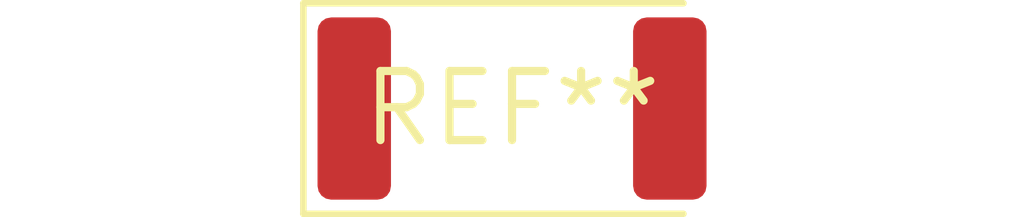
<source format=kicad_pcb>
(kicad_pcb (version 20240108) (generator pcbnew)
  (layers (0 "F.Cu" signal) (31 "B.Cu" signal) (34 "B.Paste" user) (35 "F.Paste" user) (36 "B.SilkS" user "B.Silkscreen") (37 "F.SilkS" user "F.Silkscreen") (38 "B.Mask" user) (39 "F.Mask" user) (44 "Edge.Cuts" user))
  (net 0 "")
  (footprint "D_2512_6332Metric" (layer "F.Cu") (at 0 0)
    (property "Reference" "REF**")
    (property "Value" "D_2512_6332Metric")
    (fp_line (start -3.835 -1.935) (end -3.835 1.935) (layer "F.SilkS") (stroke (width 0.12)))
    (fp_line (start -3.835 1.935) (end 3.15 1.935) (layer "F.SilkS") (stroke (width 0.12)))
    (fp_line (start 3.15 -1.935) (end -3.835 -1.935) (layer "F.SilkS") (stroke (width 0.12)))
    (pad "1" smd roundrect (at -2.9 0) (size 1.35 3.35) (layers "F.Cu" "F.Paste" "F.Mask") (roundrect_rratio 0.185185))
    (pad "2" smd roundrect (at 2.9 0) (size 1.35 3.35) (layers "F.Cu" "F.Paste" "F.Mask") (roundrect_rratio 0.185185))
  )
)
</source>
